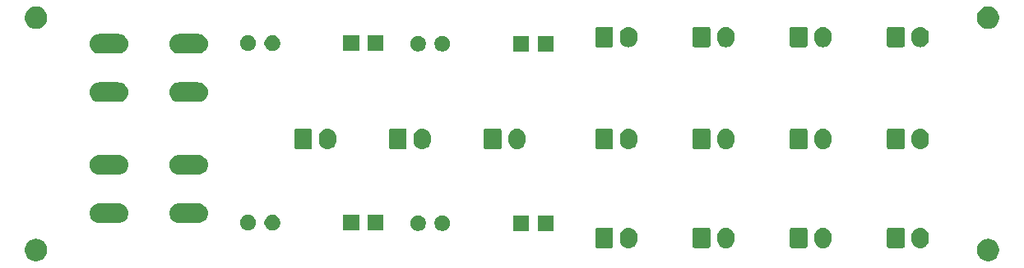
<source format=gbr>
G04 #@! TF.GenerationSoftware,KiCad,Pcbnew,(5.1.5)-3*
G04 #@! TF.CreationDate,2021-02-12T21:05:29+01:00*
G04 #@! TF.ProjectId,Mainboard,4d61696e-626f-4617-9264-2e6b69636164,rev?*
G04 #@! TF.SameCoordinates,Original*
G04 #@! TF.FileFunction,Soldermask,Bot*
G04 #@! TF.FilePolarity,Negative*
%FSLAX46Y46*%
G04 Gerber Fmt 4.6, Leading zero omitted, Abs format (unit mm)*
G04 Created by KiCad (PCBNEW (5.1.5)-3) date 2021-02-12 21:05:29*
%MOMM*%
%LPD*%
G04 APERTURE LIST*
%ADD10C,0.100000*%
G04 APERTURE END LIST*
D10*
G36*
X250224549Y-51371116D02*
G01*
X250335734Y-51393232D01*
X250545203Y-51479997D01*
X250733720Y-51605960D01*
X250894040Y-51766280D01*
X251020003Y-51954797D01*
X251106768Y-52164266D01*
X251151000Y-52386636D01*
X251151000Y-52613364D01*
X251106768Y-52835734D01*
X251020003Y-53045203D01*
X250894040Y-53233720D01*
X250733720Y-53394040D01*
X250545203Y-53520003D01*
X250335734Y-53606768D01*
X250224549Y-53628884D01*
X250113365Y-53651000D01*
X249886635Y-53651000D01*
X249775451Y-53628884D01*
X249664266Y-53606768D01*
X249454797Y-53520003D01*
X249266280Y-53394040D01*
X249105960Y-53233720D01*
X248979997Y-53045203D01*
X248893232Y-52835734D01*
X248849000Y-52613364D01*
X248849000Y-52386636D01*
X248893232Y-52164266D01*
X248979997Y-51954797D01*
X249105960Y-51766280D01*
X249266280Y-51605960D01*
X249454797Y-51479997D01*
X249664266Y-51393232D01*
X249775451Y-51371116D01*
X249886635Y-51349000D01*
X250113365Y-51349000D01*
X250224549Y-51371116D01*
G37*
G36*
X152224549Y-51371116D02*
G01*
X152335734Y-51393232D01*
X152545203Y-51479997D01*
X152733720Y-51605960D01*
X152894040Y-51766280D01*
X153020003Y-51954797D01*
X153106768Y-52164266D01*
X153151000Y-52386636D01*
X153151000Y-52613364D01*
X153106768Y-52835734D01*
X153020003Y-53045203D01*
X152894040Y-53233720D01*
X152733720Y-53394040D01*
X152545203Y-53520003D01*
X152335734Y-53606768D01*
X152224549Y-53628884D01*
X152113365Y-53651000D01*
X151886635Y-53651000D01*
X151775451Y-53628884D01*
X151664266Y-53606768D01*
X151454797Y-53520003D01*
X151266280Y-53394040D01*
X151105960Y-53233720D01*
X150979997Y-53045203D01*
X150893232Y-52835734D01*
X150849000Y-52613364D01*
X150849000Y-52386636D01*
X150893232Y-52164266D01*
X150979997Y-51954797D01*
X151105960Y-51766280D01*
X151266280Y-51605960D01*
X151454797Y-51479997D01*
X151664266Y-51393232D01*
X151775451Y-51371116D01*
X151886635Y-51349000D01*
X152113365Y-51349000D01*
X152224549Y-51371116D01*
G37*
G36*
X233176626Y-50212037D02*
G01*
X233346465Y-50263557D01*
X233346467Y-50263558D01*
X233502989Y-50347221D01*
X233640186Y-50459814D01*
X233723448Y-50561271D01*
X233752778Y-50597009D01*
X233836443Y-50753534D01*
X233887963Y-50923373D01*
X233901000Y-51055742D01*
X233901000Y-51444257D01*
X233887963Y-51576626D01*
X233836443Y-51746466D01*
X233752778Y-51902991D01*
X233723448Y-51938729D01*
X233640186Y-52040186D01*
X233545250Y-52118097D01*
X233502991Y-52152778D01*
X233346466Y-52236443D01*
X233176627Y-52287963D01*
X233000000Y-52305359D01*
X232823374Y-52287963D01*
X232653535Y-52236443D01*
X232497010Y-52152778D01*
X232359815Y-52040185D01*
X232247222Y-51902991D01*
X232163557Y-51746466D01*
X232112037Y-51576627D01*
X232099000Y-51444258D01*
X232099000Y-51055743D01*
X232112037Y-50923374D01*
X232163557Y-50753535D01*
X232247222Y-50597010D01*
X232247223Y-50597009D01*
X232359814Y-50459814D01*
X232461271Y-50376552D01*
X232497009Y-50347222D01*
X232653534Y-50263557D01*
X232823373Y-50212037D01*
X233000000Y-50194641D01*
X233176626Y-50212037D01*
G37*
G36*
X213176626Y-50212037D02*
G01*
X213346465Y-50263557D01*
X213346467Y-50263558D01*
X213502989Y-50347221D01*
X213640186Y-50459814D01*
X213723448Y-50561271D01*
X213752778Y-50597009D01*
X213836443Y-50753534D01*
X213887963Y-50923373D01*
X213901000Y-51055742D01*
X213901000Y-51444257D01*
X213887963Y-51576626D01*
X213836443Y-51746466D01*
X213752778Y-51902991D01*
X213723448Y-51938729D01*
X213640186Y-52040186D01*
X213545250Y-52118097D01*
X213502991Y-52152778D01*
X213346466Y-52236443D01*
X213176627Y-52287963D01*
X213000000Y-52305359D01*
X212823374Y-52287963D01*
X212653535Y-52236443D01*
X212497010Y-52152778D01*
X212359815Y-52040185D01*
X212247222Y-51902991D01*
X212163557Y-51746466D01*
X212112037Y-51576627D01*
X212099000Y-51444258D01*
X212099000Y-51055743D01*
X212112037Y-50923374D01*
X212163557Y-50753535D01*
X212247222Y-50597010D01*
X212247223Y-50597009D01*
X212359814Y-50459814D01*
X212461271Y-50376552D01*
X212497009Y-50347222D01*
X212653534Y-50263557D01*
X212823373Y-50212037D01*
X213000000Y-50194641D01*
X213176626Y-50212037D01*
G37*
G36*
X223176626Y-50212037D02*
G01*
X223346465Y-50263557D01*
X223346467Y-50263558D01*
X223502989Y-50347221D01*
X223640186Y-50459814D01*
X223723448Y-50561271D01*
X223752778Y-50597009D01*
X223836443Y-50753534D01*
X223887963Y-50923373D01*
X223901000Y-51055742D01*
X223901000Y-51444257D01*
X223887963Y-51576626D01*
X223836443Y-51746466D01*
X223752778Y-51902991D01*
X223723448Y-51938729D01*
X223640186Y-52040186D01*
X223545250Y-52118097D01*
X223502991Y-52152778D01*
X223346466Y-52236443D01*
X223176627Y-52287963D01*
X223000000Y-52305359D01*
X222823374Y-52287963D01*
X222653535Y-52236443D01*
X222497010Y-52152778D01*
X222359815Y-52040185D01*
X222247222Y-51902991D01*
X222163557Y-51746466D01*
X222112037Y-51576627D01*
X222099000Y-51444258D01*
X222099000Y-51055743D01*
X222112037Y-50923374D01*
X222163557Y-50753535D01*
X222247222Y-50597010D01*
X222247223Y-50597009D01*
X222359814Y-50459814D01*
X222461271Y-50376552D01*
X222497009Y-50347222D01*
X222653534Y-50263557D01*
X222823373Y-50212037D01*
X223000000Y-50194641D01*
X223176626Y-50212037D01*
G37*
G36*
X243176626Y-50212037D02*
G01*
X243346465Y-50263557D01*
X243346467Y-50263558D01*
X243502989Y-50347221D01*
X243640186Y-50459814D01*
X243723448Y-50561271D01*
X243752778Y-50597009D01*
X243836443Y-50753534D01*
X243887963Y-50923373D01*
X243901000Y-51055742D01*
X243901000Y-51444257D01*
X243887963Y-51576626D01*
X243836443Y-51746466D01*
X243752778Y-51902991D01*
X243723448Y-51938729D01*
X243640186Y-52040186D01*
X243545250Y-52118097D01*
X243502991Y-52152778D01*
X243346466Y-52236443D01*
X243176627Y-52287963D01*
X243000000Y-52305359D01*
X242823374Y-52287963D01*
X242653535Y-52236443D01*
X242497010Y-52152778D01*
X242359815Y-52040185D01*
X242247222Y-51902991D01*
X242163557Y-51746466D01*
X242112037Y-51576627D01*
X242099000Y-51444258D01*
X242099000Y-51055743D01*
X242112037Y-50923374D01*
X242163557Y-50753535D01*
X242247222Y-50597010D01*
X242247223Y-50597009D01*
X242359814Y-50459814D01*
X242461271Y-50376552D01*
X242497009Y-50347222D01*
X242653534Y-50263557D01*
X242823373Y-50212037D01*
X243000000Y-50194641D01*
X243176626Y-50212037D01*
G37*
G36*
X211258600Y-50202989D02*
G01*
X211291652Y-50213015D01*
X211322103Y-50229292D01*
X211348799Y-50251201D01*
X211370708Y-50277897D01*
X211386985Y-50308348D01*
X211397011Y-50341400D01*
X211401000Y-50381903D01*
X211401000Y-52118097D01*
X211397011Y-52158600D01*
X211386985Y-52191652D01*
X211370708Y-52222103D01*
X211348799Y-52248799D01*
X211322103Y-52270708D01*
X211291652Y-52286985D01*
X211258600Y-52297011D01*
X211218097Y-52301000D01*
X209781903Y-52301000D01*
X209741400Y-52297011D01*
X209708348Y-52286985D01*
X209677897Y-52270708D01*
X209651201Y-52248799D01*
X209629292Y-52222103D01*
X209613015Y-52191652D01*
X209602989Y-52158600D01*
X209599000Y-52118097D01*
X209599000Y-50381903D01*
X209602989Y-50341400D01*
X209613015Y-50308348D01*
X209629292Y-50277897D01*
X209651201Y-50251201D01*
X209677897Y-50229292D01*
X209708348Y-50213015D01*
X209741400Y-50202989D01*
X209781903Y-50199000D01*
X211218097Y-50199000D01*
X211258600Y-50202989D01*
G37*
G36*
X221258600Y-50202989D02*
G01*
X221291652Y-50213015D01*
X221322103Y-50229292D01*
X221348799Y-50251201D01*
X221370708Y-50277897D01*
X221386985Y-50308348D01*
X221397011Y-50341400D01*
X221401000Y-50381903D01*
X221401000Y-52118097D01*
X221397011Y-52158600D01*
X221386985Y-52191652D01*
X221370708Y-52222103D01*
X221348799Y-52248799D01*
X221322103Y-52270708D01*
X221291652Y-52286985D01*
X221258600Y-52297011D01*
X221218097Y-52301000D01*
X219781903Y-52301000D01*
X219741400Y-52297011D01*
X219708348Y-52286985D01*
X219677897Y-52270708D01*
X219651201Y-52248799D01*
X219629292Y-52222103D01*
X219613015Y-52191652D01*
X219602989Y-52158600D01*
X219599000Y-52118097D01*
X219599000Y-50381903D01*
X219602989Y-50341400D01*
X219613015Y-50308348D01*
X219629292Y-50277897D01*
X219651201Y-50251201D01*
X219677897Y-50229292D01*
X219708348Y-50213015D01*
X219741400Y-50202989D01*
X219781903Y-50199000D01*
X221218097Y-50199000D01*
X221258600Y-50202989D01*
G37*
G36*
X231258600Y-50202989D02*
G01*
X231291652Y-50213015D01*
X231322103Y-50229292D01*
X231348799Y-50251201D01*
X231370708Y-50277897D01*
X231386985Y-50308348D01*
X231397011Y-50341400D01*
X231401000Y-50381903D01*
X231401000Y-52118097D01*
X231397011Y-52158600D01*
X231386985Y-52191652D01*
X231370708Y-52222103D01*
X231348799Y-52248799D01*
X231322103Y-52270708D01*
X231291652Y-52286985D01*
X231258600Y-52297011D01*
X231218097Y-52301000D01*
X229781903Y-52301000D01*
X229741400Y-52297011D01*
X229708348Y-52286985D01*
X229677897Y-52270708D01*
X229651201Y-52248799D01*
X229629292Y-52222103D01*
X229613015Y-52191652D01*
X229602989Y-52158600D01*
X229599000Y-52118097D01*
X229599000Y-50381903D01*
X229602989Y-50341400D01*
X229613015Y-50308348D01*
X229629292Y-50277897D01*
X229651201Y-50251201D01*
X229677897Y-50229292D01*
X229708348Y-50213015D01*
X229741400Y-50202989D01*
X229781903Y-50199000D01*
X231218097Y-50199000D01*
X231258600Y-50202989D01*
G37*
G36*
X241258600Y-50202989D02*
G01*
X241291652Y-50213015D01*
X241322103Y-50229292D01*
X241348799Y-50251201D01*
X241370708Y-50277897D01*
X241386985Y-50308348D01*
X241397011Y-50341400D01*
X241401000Y-50381903D01*
X241401000Y-52118097D01*
X241397011Y-52158600D01*
X241386985Y-52191652D01*
X241370708Y-52222103D01*
X241348799Y-52248799D01*
X241322103Y-52270708D01*
X241291652Y-52286985D01*
X241258600Y-52297011D01*
X241218097Y-52301000D01*
X239781903Y-52301000D01*
X239741400Y-52297011D01*
X239708348Y-52286985D01*
X239677897Y-52270708D01*
X239651201Y-52248799D01*
X239629292Y-52222103D01*
X239613015Y-52191652D01*
X239602989Y-52158600D01*
X239599000Y-52118097D01*
X239599000Y-50381903D01*
X239602989Y-50341400D01*
X239613015Y-50308348D01*
X239629292Y-50277897D01*
X239651201Y-50251201D01*
X239677897Y-50229292D01*
X239708348Y-50213015D01*
X239741400Y-50202989D01*
X239781903Y-50199000D01*
X241218097Y-50199000D01*
X241258600Y-50202989D01*
G37*
G36*
X202759000Y-50535000D02*
G01*
X201133000Y-50535000D01*
X201133000Y-48909000D01*
X202759000Y-48909000D01*
X202759000Y-50535000D01*
G37*
G36*
X191555142Y-48940242D02*
G01*
X191703101Y-49001529D01*
X191836255Y-49090499D01*
X191949501Y-49203745D01*
X192038471Y-49336899D01*
X192099758Y-49484858D01*
X192131000Y-49641925D01*
X192131000Y-49802075D01*
X192099758Y-49959142D01*
X192038471Y-50107101D01*
X191949501Y-50240255D01*
X191836255Y-50353501D01*
X191703101Y-50442471D01*
X191555142Y-50503758D01*
X191398075Y-50535000D01*
X191237925Y-50535000D01*
X191080858Y-50503758D01*
X190932899Y-50442471D01*
X190799745Y-50353501D01*
X190686499Y-50240255D01*
X190597529Y-50107101D01*
X190536242Y-49959142D01*
X190505000Y-49802075D01*
X190505000Y-49641925D01*
X190536242Y-49484858D01*
X190597529Y-49336899D01*
X190686499Y-49203745D01*
X190799745Y-49090499D01*
X190932899Y-49001529D01*
X191080858Y-48940242D01*
X191237925Y-48909000D01*
X191398075Y-48909000D01*
X191555142Y-48940242D01*
G37*
G36*
X194055142Y-48940242D02*
G01*
X194203101Y-49001529D01*
X194336255Y-49090499D01*
X194449501Y-49203745D01*
X194538471Y-49336899D01*
X194599758Y-49484858D01*
X194631000Y-49641925D01*
X194631000Y-49802075D01*
X194599758Y-49959142D01*
X194538471Y-50107101D01*
X194449501Y-50240255D01*
X194336255Y-50353501D01*
X194203101Y-50442471D01*
X194055142Y-50503758D01*
X193898075Y-50535000D01*
X193737925Y-50535000D01*
X193580858Y-50503758D01*
X193432899Y-50442471D01*
X193299745Y-50353501D01*
X193186499Y-50240255D01*
X193097529Y-50107101D01*
X193036242Y-49959142D01*
X193005000Y-49802075D01*
X193005000Y-49641925D01*
X193036242Y-49484858D01*
X193097529Y-49336899D01*
X193186499Y-49203745D01*
X193299745Y-49090499D01*
X193432899Y-49001529D01*
X193580858Y-48940242D01*
X193737925Y-48909000D01*
X193898075Y-48909000D01*
X194055142Y-48940242D01*
G37*
G36*
X205259000Y-50535000D02*
G01*
X203633000Y-50535000D01*
X203633000Y-48909000D01*
X205259000Y-48909000D01*
X205259000Y-50535000D01*
G37*
G36*
X185259000Y-50489000D02*
G01*
X183633000Y-50489000D01*
X183633000Y-48863000D01*
X185259000Y-48863000D01*
X185259000Y-50489000D01*
G37*
G36*
X187759000Y-50489000D02*
G01*
X186133000Y-50489000D01*
X186133000Y-48863000D01*
X187759000Y-48863000D01*
X187759000Y-50489000D01*
G37*
G36*
X174055142Y-48894242D02*
G01*
X174203101Y-48955529D01*
X174336255Y-49044499D01*
X174449501Y-49157745D01*
X174538471Y-49290899D01*
X174599758Y-49438858D01*
X174631000Y-49595925D01*
X174631000Y-49756075D01*
X174599758Y-49913142D01*
X174538471Y-50061101D01*
X174449501Y-50194255D01*
X174336255Y-50307501D01*
X174203101Y-50396471D01*
X174055142Y-50457758D01*
X173898075Y-50489000D01*
X173737925Y-50489000D01*
X173580858Y-50457758D01*
X173432899Y-50396471D01*
X173299745Y-50307501D01*
X173186499Y-50194255D01*
X173097529Y-50061101D01*
X173036242Y-49913142D01*
X173005000Y-49756075D01*
X173005000Y-49595925D01*
X173036242Y-49438858D01*
X173097529Y-49290899D01*
X173186499Y-49157745D01*
X173299745Y-49044499D01*
X173432899Y-48955529D01*
X173580858Y-48894242D01*
X173737925Y-48863000D01*
X173898075Y-48863000D01*
X174055142Y-48894242D01*
G37*
G36*
X176555142Y-48894242D02*
G01*
X176703101Y-48955529D01*
X176836255Y-49044499D01*
X176949501Y-49157745D01*
X177038471Y-49290899D01*
X177099758Y-49438858D01*
X177131000Y-49595925D01*
X177131000Y-49756075D01*
X177099758Y-49913142D01*
X177038471Y-50061101D01*
X176949501Y-50194255D01*
X176836255Y-50307501D01*
X176703101Y-50396471D01*
X176555142Y-50457758D01*
X176398075Y-50489000D01*
X176237925Y-50489000D01*
X176080858Y-50457758D01*
X175932899Y-50396471D01*
X175799745Y-50307501D01*
X175686499Y-50194255D01*
X175597529Y-50061101D01*
X175536242Y-49913142D01*
X175505000Y-49756075D01*
X175505000Y-49595925D01*
X175536242Y-49438858D01*
X175597529Y-49290899D01*
X175686499Y-49157745D01*
X175799745Y-49044499D01*
X175932899Y-48955529D01*
X176080858Y-48894242D01*
X176237925Y-48863000D01*
X176398075Y-48863000D01*
X176555142Y-48894242D01*
G37*
G36*
X160564879Y-47688701D02*
G01*
X160664410Y-47698504D01*
X160855964Y-47756612D01*
X160855967Y-47756613D01*
X161014384Y-47841289D01*
X161032502Y-47850973D01*
X161187238Y-47977962D01*
X161314227Y-48132698D01*
X161314228Y-48132700D01*
X161408587Y-48309233D01*
X161408588Y-48309236D01*
X161466696Y-48500790D01*
X161486316Y-48700000D01*
X161466696Y-48899210D01*
X161422622Y-49044501D01*
X161408587Y-49090767D01*
X161372786Y-49157745D01*
X161314227Y-49267302D01*
X161187238Y-49422038D01*
X161032502Y-49549027D01*
X161032500Y-49549028D01*
X160855967Y-49643387D01*
X160855964Y-49643388D01*
X160664410Y-49701496D01*
X160564879Y-49711299D01*
X160515115Y-49716200D01*
X158484885Y-49716200D01*
X158435121Y-49711299D01*
X158335590Y-49701496D01*
X158144036Y-49643388D01*
X158144033Y-49643387D01*
X157967500Y-49549028D01*
X157967498Y-49549027D01*
X157812762Y-49422038D01*
X157685773Y-49267302D01*
X157627214Y-49157745D01*
X157591413Y-49090767D01*
X157577378Y-49044501D01*
X157533304Y-48899210D01*
X157513684Y-48700000D01*
X157533304Y-48500790D01*
X157591412Y-48309236D01*
X157591413Y-48309233D01*
X157685772Y-48132700D01*
X157685773Y-48132698D01*
X157812762Y-47977962D01*
X157967498Y-47850973D01*
X157985616Y-47841289D01*
X158144033Y-47756613D01*
X158144036Y-47756612D01*
X158335590Y-47698504D01*
X158435121Y-47688701D01*
X158484885Y-47683800D01*
X160515115Y-47683800D01*
X160564879Y-47688701D01*
G37*
G36*
X168764879Y-47688701D02*
G01*
X168864410Y-47698504D01*
X169055964Y-47756612D01*
X169055967Y-47756613D01*
X169214384Y-47841289D01*
X169232502Y-47850973D01*
X169387238Y-47977962D01*
X169514227Y-48132698D01*
X169514228Y-48132700D01*
X169608587Y-48309233D01*
X169608588Y-48309236D01*
X169666696Y-48500790D01*
X169686316Y-48700000D01*
X169666696Y-48899210D01*
X169622622Y-49044501D01*
X169608587Y-49090767D01*
X169572786Y-49157745D01*
X169514227Y-49267302D01*
X169387238Y-49422038D01*
X169232502Y-49549027D01*
X169232500Y-49549028D01*
X169055967Y-49643387D01*
X169055964Y-49643388D01*
X168864410Y-49701496D01*
X168764879Y-49711299D01*
X168715115Y-49716200D01*
X166684885Y-49716200D01*
X166635121Y-49711299D01*
X166535590Y-49701496D01*
X166344036Y-49643388D01*
X166344033Y-49643387D01*
X166167500Y-49549028D01*
X166167498Y-49549027D01*
X166012762Y-49422038D01*
X165885773Y-49267302D01*
X165827214Y-49157745D01*
X165791413Y-49090767D01*
X165777378Y-49044501D01*
X165733304Y-48899210D01*
X165713684Y-48700000D01*
X165733304Y-48500790D01*
X165791412Y-48309236D01*
X165791413Y-48309233D01*
X165885772Y-48132700D01*
X165885773Y-48132698D01*
X166012762Y-47977962D01*
X166167498Y-47850973D01*
X166185616Y-47841289D01*
X166344033Y-47756613D01*
X166344036Y-47756612D01*
X166535590Y-47698504D01*
X166635121Y-47688701D01*
X166684885Y-47683800D01*
X168715115Y-47683800D01*
X168764879Y-47688701D01*
G37*
G36*
X160564879Y-42688701D02*
G01*
X160664410Y-42698504D01*
X160855964Y-42756612D01*
X160855967Y-42756613D01*
X161014384Y-42841289D01*
X161032502Y-42850973D01*
X161187238Y-42977962D01*
X161314227Y-43132698D01*
X161314228Y-43132700D01*
X161408587Y-43309233D01*
X161408588Y-43309236D01*
X161466696Y-43500790D01*
X161486316Y-43700000D01*
X161466696Y-43899210D01*
X161408588Y-44090764D01*
X161408587Y-44090767D01*
X161323911Y-44249184D01*
X161314227Y-44267302D01*
X161187238Y-44422038D01*
X161032502Y-44549027D01*
X161032500Y-44549028D01*
X160855967Y-44643387D01*
X160855964Y-44643388D01*
X160664410Y-44701496D01*
X160564879Y-44711299D01*
X160515115Y-44716200D01*
X158484885Y-44716200D01*
X158435121Y-44711299D01*
X158335590Y-44701496D01*
X158144036Y-44643388D01*
X158144033Y-44643387D01*
X157967500Y-44549028D01*
X157967498Y-44549027D01*
X157812762Y-44422038D01*
X157685773Y-44267302D01*
X157676089Y-44249184D01*
X157591413Y-44090767D01*
X157591412Y-44090764D01*
X157533304Y-43899210D01*
X157513684Y-43700000D01*
X157533304Y-43500790D01*
X157591412Y-43309236D01*
X157591413Y-43309233D01*
X157685772Y-43132700D01*
X157685773Y-43132698D01*
X157812762Y-42977962D01*
X157967498Y-42850973D01*
X157985616Y-42841289D01*
X158144033Y-42756613D01*
X158144036Y-42756612D01*
X158335590Y-42698504D01*
X158435121Y-42688701D01*
X158484885Y-42683800D01*
X160515115Y-42683800D01*
X160564879Y-42688701D01*
G37*
G36*
X168764879Y-42688701D02*
G01*
X168864410Y-42698504D01*
X169055964Y-42756612D01*
X169055967Y-42756613D01*
X169214384Y-42841289D01*
X169232502Y-42850973D01*
X169387238Y-42977962D01*
X169514227Y-43132698D01*
X169514228Y-43132700D01*
X169608587Y-43309233D01*
X169608588Y-43309236D01*
X169666696Y-43500790D01*
X169686316Y-43700000D01*
X169666696Y-43899210D01*
X169608588Y-44090764D01*
X169608587Y-44090767D01*
X169523911Y-44249184D01*
X169514227Y-44267302D01*
X169387238Y-44422038D01*
X169232502Y-44549027D01*
X169232500Y-44549028D01*
X169055967Y-44643387D01*
X169055964Y-44643388D01*
X168864410Y-44701496D01*
X168764879Y-44711299D01*
X168715115Y-44716200D01*
X166684885Y-44716200D01*
X166635121Y-44711299D01*
X166535590Y-44701496D01*
X166344036Y-44643388D01*
X166344033Y-44643387D01*
X166167500Y-44549028D01*
X166167498Y-44549027D01*
X166012762Y-44422038D01*
X165885773Y-44267302D01*
X165876089Y-44249184D01*
X165791413Y-44090767D01*
X165791412Y-44090764D01*
X165733304Y-43899210D01*
X165713684Y-43700000D01*
X165733304Y-43500790D01*
X165791412Y-43309236D01*
X165791413Y-43309233D01*
X165885772Y-43132700D01*
X165885773Y-43132698D01*
X166012762Y-42977962D01*
X166167498Y-42850973D01*
X166185616Y-42841289D01*
X166344033Y-42756613D01*
X166344036Y-42756612D01*
X166535590Y-42698504D01*
X166635121Y-42688701D01*
X166684885Y-42683800D01*
X168715115Y-42683800D01*
X168764879Y-42688701D01*
G37*
G36*
X201676626Y-39987037D02*
G01*
X201846465Y-40038557D01*
X201846467Y-40038558D01*
X202002989Y-40122221D01*
X202140186Y-40234814D01*
X202223448Y-40336271D01*
X202252778Y-40372009D01*
X202336443Y-40528534D01*
X202387963Y-40698373D01*
X202401000Y-40830742D01*
X202401000Y-41219257D01*
X202387963Y-41351626D01*
X202336443Y-41521466D01*
X202252778Y-41677991D01*
X202223448Y-41713729D01*
X202140186Y-41815186D01*
X202045250Y-41893097D01*
X202002991Y-41927778D01*
X201846466Y-42011443D01*
X201676627Y-42062963D01*
X201500000Y-42080359D01*
X201323374Y-42062963D01*
X201153535Y-42011443D01*
X200997010Y-41927778D01*
X200859815Y-41815185D01*
X200747222Y-41677991D01*
X200663557Y-41521466D01*
X200612037Y-41351627D01*
X200599000Y-41219258D01*
X200599000Y-40830743D01*
X200612037Y-40698374D01*
X200663557Y-40528535D01*
X200747222Y-40372010D01*
X200747223Y-40372009D01*
X200859814Y-40234814D01*
X200961271Y-40151552D01*
X200997009Y-40122222D01*
X201153534Y-40038557D01*
X201323373Y-39987037D01*
X201500000Y-39969641D01*
X201676626Y-39987037D01*
G37*
G36*
X213176626Y-39987037D02*
G01*
X213346465Y-40038557D01*
X213346467Y-40038558D01*
X213502989Y-40122221D01*
X213640186Y-40234814D01*
X213723448Y-40336271D01*
X213752778Y-40372009D01*
X213836443Y-40528534D01*
X213887963Y-40698373D01*
X213901000Y-40830742D01*
X213901000Y-41219257D01*
X213887963Y-41351626D01*
X213836443Y-41521466D01*
X213752778Y-41677991D01*
X213723448Y-41713729D01*
X213640186Y-41815186D01*
X213545250Y-41893097D01*
X213502991Y-41927778D01*
X213346466Y-42011443D01*
X213176627Y-42062963D01*
X213000000Y-42080359D01*
X212823374Y-42062963D01*
X212653535Y-42011443D01*
X212497010Y-41927778D01*
X212359815Y-41815185D01*
X212247222Y-41677991D01*
X212163557Y-41521466D01*
X212112037Y-41351627D01*
X212099000Y-41219258D01*
X212099000Y-40830743D01*
X212112037Y-40698374D01*
X212163557Y-40528535D01*
X212247222Y-40372010D01*
X212247223Y-40372009D01*
X212359814Y-40234814D01*
X212461271Y-40151552D01*
X212497009Y-40122222D01*
X212653534Y-40038557D01*
X212823373Y-39987037D01*
X213000000Y-39969641D01*
X213176626Y-39987037D01*
G37*
G36*
X233176626Y-39987037D02*
G01*
X233346465Y-40038557D01*
X233346467Y-40038558D01*
X233502989Y-40122221D01*
X233640186Y-40234814D01*
X233723448Y-40336271D01*
X233752778Y-40372009D01*
X233836443Y-40528534D01*
X233887963Y-40698373D01*
X233901000Y-40830742D01*
X233901000Y-41219257D01*
X233887963Y-41351626D01*
X233836443Y-41521466D01*
X233752778Y-41677991D01*
X233723448Y-41713729D01*
X233640186Y-41815186D01*
X233545250Y-41893097D01*
X233502991Y-41927778D01*
X233346466Y-42011443D01*
X233176627Y-42062963D01*
X233000000Y-42080359D01*
X232823374Y-42062963D01*
X232653535Y-42011443D01*
X232497010Y-41927778D01*
X232359815Y-41815185D01*
X232247222Y-41677991D01*
X232163557Y-41521466D01*
X232112037Y-41351627D01*
X232099000Y-41219258D01*
X232099000Y-40830743D01*
X232112037Y-40698374D01*
X232163557Y-40528535D01*
X232247222Y-40372010D01*
X232247223Y-40372009D01*
X232359814Y-40234814D01*
X232461271Y-40151552D01*
X232497009Y-40122222D01*
X232653534Y-40038557D01*
X232823373Y-39987037D01*
X233000000Y-39969641D01*
X233176626Y-39987037D01*
G37*
G36*
X243176626Y-39987037D02*
G01*
X243346465Y-40038557D01*
X243346467Y-40038558D01*
X243502989Y-40122221D01*
X243640186Y-40234814D01*
X243723448Y-40336271D01*
X243752778Y-40372009D01*
X243836443Y-40528534D01*
X243887963Y-40698373D01*
X243901000Y-40830742D01*
X243901000Y-41219257D01*
X243887963Y-41351626D01*
X243836443Y-41521466D01*
X243752778Y-41677991D01*
X243723448Y-41713729D01*
X243640186Y-41815186D01*
X243545250Y-41893097D01*
X243502991Y-41927778D01*
X243346466Y-42011443D01*
X243176627Y-42062963D01*
X243000000Y-42080359D01*
X242823374Y-42062963D01*
X242653535Y-42011443D01*
X242497010Y-41927778D01*
X242359815Y-41815185D01*
X242247222Y-41677991D01*
X242163557Y-41521466D01*
X242112037Y-41351627D01*
X242099000Y-41219258D01*
X242099000Y-40830743D01*
X242112037Y-40698374D01*
X242163557Y-40528535D01*
X242247222Y-40372010D01*
X242247223Y-40372009D01*
X242359814Y-40234814D01*
X242461271Y-40151552D01*
X242497009Y-40122222D01*
X242653534Y-40038557D01*
X242823373Y-39987037D01*
X243000000Y-39969641D01*
X243176626Y-39987037D01*
G37*
G36*
X182176626Y-39987037D02*
G01*
X182346465Y-40038557D01*
X182346467Y-40038558D01*
X182502989Y-40122221D01*
X182640186Y-40234814D01*
X182723448Y-40336271D01*
X182752778Y-40372009D01*
X182836443Y-40528534D01*
X182887963Y-40698373D01*
X182901000Y-40830742D01*
X182901000Y-41219257D01*
X182887963Y-41351626D01*
X182836443Y-41521466D01*
X182752778Y-41677991D01*
X182723448Y-41713729D01*
X182640186Y-41815186D01*
X182545250Y-41893097D01*
X182502991Y-41927778D01*
X182346466Y-42011443D01*
X182176627Y-42062963D01*
X182000000Y-42080359D01*
X181823374Y-42062963D01*
X181653535Y-42011443D01*
X181497010Y-41927778D01*
X181359815Y-41815185D01*
X181247222Y-41677991D01*
X181163557Y-41521466D01*
X181112037Y-41351627D01*
X181099000Y-41219258D01*
X181099000Y-40830743D01*
X181112037Y-40698374D01*
X181163557Y-40528535D01*
X181247222Y-40372010D01*
X181247223Y-40372009D01*
X181359814Y-40234814D01*
X181461271Y-40151552D01*
X181497009Y-40122222D01*
X181653534Y-40038557D01*
X181823373Y-39987037D01*
X182000000Y-39969641D01*
X182176626Y-39987037D01*
G37*
G36*
X223176626Y-39987037D02*
G01*
X223346465Y-40038557D01*
X223346467Y-40038558D01*
X223502989Y-40122221D01*
X223640186Y-40234814D01*
X223723448Y-40336271D01*
X223752778Y-40372009D01*
X223836443Y-40528534D01*
X223887963Y-40698373D01*
X223901000Y-40830742D01*
X223901000Y-41219257D01*
X223887963Y-41351626D01*
X223836443Y-41521466D01*
X223752778Y-41677991D01*
X223723448Y-41713729D01*
X223640186Y-41815186D01*
X223545250Y-41893097D01*
X223502991Y-41927778D01*
X223346466Y-42011443D01*
X223176627Y-42062963D01*
X223000000Y-42080359D01*
X222823374Y-42062963D01*
X222653535Y-42011443D01*
X222497010Y-41927778D01*
X222359815Y-41815185D01*
X222247222Y-41677991D01*
X222163557Y-41521466D01*
X222112037Y-41351627D01*
X222099000Y-41219258D01*
X222099000Y-40830743D01*
X222112037Y-40698374D01*
X222163557Y-40528535D01*
X222247222Y-40372010D01*
X222247223Y-40372009D01*
X222359814Y-40234814D01*
X222461271Y-40151552D01*
X222497009Y-40122222D01*
X222653534Y-40038557D01*
X222823373Y-39987037D01*
X223000000Y-39969641D01*
X223176626Y-39987037D01*
G37*
G36*
X191926626Y-39987037D02*
G01*
X192096465Y-40038557D01*
X192096467Y-40038558D01*
X192252989Y-40122221D01*
X192390186Y-40234814D01*
X192473448Y-40336271D01*
X192502778Y-40372009D01*
X192586443Y-40528534D01*
X192637963Y-40698373D01*
X192651000Y-40830742D01*
X192651000Y-41219257D01*
X192637963Y-41351626D01*
X192586443Y-41521466D01*
X192502778Y-41677991D01*
X192473448Y-41713729D01*
X192390186Y-41815186D01*
X192295250Y-41893097D01*
X192252991Y-41927778D01*
X192096466Y-42011443D01*
X191926627Y-42062963D01*
X191750000Y-42080359D01*
X191573374Y-42062963D01*
X191403535Y-42011443D01*
X191247010Y-41927778D01*
X191109815Y-41815185D01*
X190997222Y-41677991D01*
X190913557Y-41521466D01*
X190862037Y-41351627D01*
X190849000Y-41219258D01*
X190849000Y-40830743D01*
X190862037Y-40698374D01*
X190913557Y-40528535D01*
X190997222Y-40372010D01*
X190997223Y-40372009D01*
X191109814Y-40234814D01*
X191211271Y-40151552D01*
X191247009Y-40122222D01*
X191403534Y-40038557D01*
X191573373Y-39987037D01*
X191750000Y-39969641D01*
X191926626Y-39987037D01*
G37*
G36*
X190008600Y-39977989D02*
G01*
X190041652Y-39988015D01*
X190072103Y-40004292D01*
X190098799Y-40026201D01*
X190120708Y-40052897D01*
X190136985Y-40083348D01*
X190147011Y-40116400D01*
X190151000Y-40156903D01*
X190151000Y-41893097D01*
X190147011Y-41933600D01*
X190136985Y-41966652D01*
X190120708Y-41997103D01*
X190098799Y-42023799D01*
X190072103Y-42045708D01*
X190041652Y-42061985D01*
X190008600Y-42072011D01*
X189968097Y-42076000D01*
X188531903Y-42076000D01*
X188491400Y-42072011D01*
X188458348Y-42061985D01*
X188427897Y-42045708D01*
X188401201Y-42023799D01*
X188379292Y-41997103D01*
X188363015Y-41966652D01*
X188352989Y-41933600D01*
X188349000Y-41893097D01*
X188349000Y-40156903D01*
X188352989Y-40116400D01*
X188363015Y-40083348D01*
X188379292Y-40052897D01*
X188401201Y-40026201D01*
X188427897Y-40004292D01*
X188458348Y-39988015D01*
X188491400Y-39977989D01*
X188531903Y-39974000D01*
X189968097Y-39974000D01*
X190008600Y-39977989D01*
G37*
G36*
X221258600Y-39977989D02*
G01*
X221291652Y-39988015D01*
X221322103Y-40004292D01*
X221348799Y-40026201D01*
X221370708Y-40052897D01*
X221386985Y-40083348D01*
X221397011Y-40116400D01*
X221401000Y-40156903D01*
X221401000Y-41893097D01*
X221397011Y-41933600D01*
X221386985Y-41966652D01*
X221370708Y-41997103D01*
X221348799Y-42023799D01*
X221322103Y-42045708D01*
X221291652Y-42061985D01*
X221258600Y-42072011D01*
X221218097Y-42076000D01*
X219781903Y-42076000D01*
X219741400Y-42072011D01*
X219708348Y-42061985D01*
X219677897Y-42045708D01*
X219651201Y-42023799D01*
X219629292Y-41997103D01*
X219613015Y-41966652D01*
X219602989Y-41933600D01*
X219599000Y-41893097D01*
X219599000Y-40156903D01*
X219602989Y-40116400D01*
X219613015Y-40083348D01*
X219629292Y-40052897D01*
X219651201Y-40026201D01*
X219677897Y-40004292D01*
X219708348Y-39988015D01*
X219741400Y-39977989D01*
X219781903Y-39974000D01*
X221218097Y-39974000D01*
X221258600Y-39977989D01*
G37*
G36*
X211258600Y-39977989D02*
G01*
X211291652Y-39988015D01*
X211322103Y-40004292D01*
X211348799Y-40026201D01*
X211370708Y-40052897D01*
X211386985Y-40083348D01*
X211397011Y-40116400D01*
X211401000Y-40156903D01*
X211401000Y-41893097D01*
X211397011Y-41933600D01*
X211386985Y-41966652D01*
X211370708Y-41997103D01*
X211348799Y-42023799D01*
X211322103Y-42045708D01*
X211291652Y-42061985D01*
X211258600Y-42072011D01*
X211218097Y-42076000D01*
X209781903Y-42076000D01*
X209741400Y-42072011D01*
X209708348Y-42061985D01*
X209677897Y-42045708D01*
X209651201Y-42023799D01*
X209629292Y-41997103D01*
X209613015Y-41966652D01*
X209602989Y-41933600D01*
X209599000Y-41893097D01*
X209599000Y-40156903D01*
X209602989Y-40116400D01*
X209613015Y-40083348D01*
X209629292Y-40052897D01*
X209651201Y-40026201D01*
X209677897Y-40004292D01*
X209708348Y-39988015D01*
X209741400Y-39977989D01*
X209781903Y-39974000D01*
X211218097Y-39974000D01*
X211258600Y-39977989D01*
G37*
G36*
X199758600Y-39977989D02*
G01*
X199791652Y-39988015D01*
X199822103Y-40004292D01*
X199848799Y-40026201D01*
X199870708Y-40052897D01*
X199886985Y-40083348D01*
X199897011Y-40116400D01*
X199901000Y-40156903D01*
X199901000Y-41893097D01*
X199897011Y-41933600D01*
X199886985Y-41966652D01*
X199870708Y-41997103D01*
X199848799Y-42023799D01*
X199822103Y-42045708D01*
X199791652Y-42061985D01*
X199758600Y-42072011D01*
X199718097Y-42076000D01*
X198281903Y-42076000D01*
X198241400Y-42072011D01*
X198208348Y-42061985D01*
X198177897Y-42045708D01*
X198151201Y-42023799D01*
X198129292Y-41997103D01*
X198113015Y-41966652D01*
X198102989Y-41933600D01*
X198099000Y-41893097D01*
X198099000Y-40156903D01*
X198102989Y-40116400D01*
X198113015Y-40083348D01*
X198129292Y-40052897D01*
X198151201Y-40026201D01*
X198177897Y-40004292D01*
X198208348Y-39988015D01*
X198241400Y-39977989D01*
X198281903Y-39974000D01*
X199718097Y-39974000D01*
X199758600Y-39977989D01*
G37*
G36*
X241258600Y-39977989D02*
G01*
X241291652Y-39988015D01*
X241322103Y-40004292D01*
X241348799Y-40026201D01*
X241370708Y-40052897D01*
X241386985Y-40083348D01*
X241397011Y-40116400D01*
X241401000Y-40156903D01*
X241401000Y-41893097D01*
X241397011Y-41933600D01*
X241386985Y-41966652D01*
X241370708Y-41997103D01*
X241348799Y-42023799D01*
X241322103Y-42045708D01*
X241291652Y-42061985D01*
X241258600Y-42072011D01*
X241218097Y-42076000D01*
X239781903Y-42076000D01*
X239741400Y-42072011D01*
X239708348Y-42061985D01*
X239677897Y-42045708D01*
X239651201Y-42023799D01*
X239629292Y-41997103D01*
X239613015Y-41966652D01*
X239602989Y-41933600D01*
X239599000Y-41893097D01*
X239599000Y-40156903D01*
X239602989Y-40116400D01*
X239613015Y-40083348D01*
X239629292Y-40052897D01*
X239651201Y-40026201D01*
X239677897Y-40004292D01*
X239708348Y-39988015D01*
X239741400Y-39977989D01*
X239781903Y-39974000D01*
X241218097Y-39974000D01*
X241258600Y-39977989D01*
G37*
G36*
X180258600Y-39977989D02*
G01*
X180291652Y-39988015D01*
X180322103Y-40004292D01*
X180348799Y-40026201D01*
X180370708Y-40052897D01*
X180386985Y-40083348D01*
X180397011Y-40116400D01*
X180401000Y-40156903D01*
X180401000Y-41893097D01*
X180397011Y-41933600D01*
X180386985Y-41966652D01*
X180370708Y-41997103D01*
X180348799Y-42023799D01*
X180322103Y-42045708D01*
X180291652Y-42061985D01*
X180258600Y-42072011D01*
X180218097Y-42076000D01*
X178781903Y-42076000D01*
X178741400Y-42072011D01*
X178708348Y-42061985D01*
X178677897Y-42045708D01*
X178651201Y-42023799D01*
X178629292Y-41997103D01*
X178613015Y-41966652D01*
X178602989Y-41933600D01*
X178599000Y-41893097D01*
X178599000Y-40156903D01*
X178602989Y-40116400D01*
X178613015Y-40083348D01*
X178629292Y-40052897D01*
X178651201Y-40026201D01*
X178677897Y-40004292D01*
X178708348Y-39988015D01*
X178741400Y-39977989D01*
X178781903Y-39974000D01*
X180218097Y-39974000D01*
X180258600Y-39977989D01*
G37*
G36*
X231258600Y-39977989D02*
G01*
X231291652Y-39988015D01*
X231322103Y-40004292D01*
X231348799Y-40026201D01*
X231370708Y-40052897D01*
X231386985Y-40083348D01*
X231397011Y-40116400D01*
X231401000Y-40156903D01*
X231401000Y-41893097D01*
X231397011Y-41933600D01*
X231386985Y-41966652D01*
X231370708Y-41997103D01*
X231348799Y-42023799D01*
X231322103Y-42045708D01*
X231291652Y-42061985D01*
X231258600Y-42072011D01*
X231218097Y-42076000D01*
X229781903Y-42076000D01*
X229741400Y-42072011D01*
X229708348Y-42061985D01*
X229677897Y-42045708D01*
X229651201Y-42023799D01*
X229629292Y-41997103D01*
X229613015Y-41966652D01*
X229602989Y-41933600D01*
X229599000Y-41893097D01*
X229599000Y-40156903D01*
X229602989Y-40116400D01*
X229613015Y-40083348D01*
X229629292Y-40052897D01*
X229651201Y-40026201D01*
X229677897Y-40004292D01*
X229708348Y-39988015D01*
X229741400Y-39977989D01*
X229781903Y-39974000D01*
X231218097Y-39974000D01*
X231258600Y-39977989D01*
G37*
G36*
X160564879Y-35188701D02*
G01*
X160664410Y-35198504D01*
X160855964Y-35256612D01*
X160855967Y-35256613D01*
X161014384Y-35341289D01*
X161032502Y-35350973D01*
X161187238Y-35477962D01*
X161314227Y-35632698D01*
X161314228Y-35632700D01*
X161408587Y-35809233D01*
X161408588Y-35809236D01*
X161466696Y-36000790D01*
X161486316Y-36200000D01*
X161466696Y-36399210D01*
X161408588Y-36590764D01*
X161408587Y-36590767D01*
X161323911Y-36749184D01*
X161314227Y-36767302D01*
X161187238Y-36922038D01*
X161032502Y-37049027D01*
X161032500Y-37049028D01*
X160855967Y-37143387D01*
X160855964Y-37143388D01*
X160664410Y-37201496D01*
X160564879Y-37211299D01*
X160515115Y-37216200D01*
X158484885Y-37216200D01*
X158435121Y-37211299D01*
X158335590Y-37201496D01*
X158144036Y-37143388D01*
X158144033Y-37143387D01*
X157967500Y-37049028D01*
X157967498Y-37049027D01*
X157812762Y-36922038D01*
X157685773Y-36767302D01*
X157676089Y-36749184D01*
X157591413Y-36590767D01*
X157591412Y-36590764D01*
X157533304Y-36399210D01*
X157513684Y-36200000D01*
X157533304Y-36000790D01*
X157591412Y-35809236D01*
X157591413Y-35809233D01*
X157685772Y-35632700D01*
X157685773Y-35632698D01*
X157812762Y-35477962D01*
X157967498Y-35350973D01*
X157985616Y-35341289D01*
X158144033Y-35256613D01*
X158144036Y-35256612D01*
X158335590Y-35198504D01*
X158435121Y-35188701D01*
X158484885Y-35183800D01*
X160515115Y-35183800D01*
X160564879Y-35188701D01*
G37*
G36*
X168764879Y-35188701D02*
G01*
X168864410Y-35198504D01*
X169055964Y-35256612D01*
X169055967Y-35256613D01*
X169214384Y-35341289D01*
X169232502Y-35350973D01*
X169387238Y-35477962D01*
X169514227Y-35632698D01*
X169514228Y-35632700D01*
X169608587Y-35809233D01*
X169608588Y-35809236D01*
X169666696Y-36000790D01*
X169686316Y-36200000D01*
X169666696Y-36399210D01*
X169608588Y-36590764D01*
X169608587Y-36590767D01*
X169523911Y-36749184D01*
X169514227Y-36767302D01*
X169387238Y-36922038D01*
X169232502Y-37049027D01*
X169232500Y-37049028D01*
X169055967Y-37143387D01*
X169055964Y-37143388D01*
X168864410Y-37201496D01*
X168764879Y-37211299D01*
X168715115Y-37216200D01*
X166684885Y-37216200D01*
X166635121Y-37211299D01*
X166535590Y-37201496D01*
X166344036Y-37143388D01*
X166344033Y-37143387D01*
X166167500Y-37049028D01*
X166167498Y-37049027D01*
X166012762Y-36922038D01*
X165885773Y-36767302D01*
X165876089Y-36749184D01*
X165791413Y-36590767D01*
X165791412Y-36590764D01*
X165733304Y-36399210D01*
X165713684Y-36200000D01*
X165733304Y-36000790D01*
X165791412Y-35809236D01*
X165791413Y-35809233D01*
X165885772Y-35632700D01*
X165885773Y-35632698D01*
X166012762Y-35477962D01*
X166167498Y-35350973D01*
X166185616Y-35341289D01*
X166344033Y-35256613D01*
X166344036Y-35256612D01*
X166535590Y-35198504D01*
X166635121Y-35188701D01*
X166684885Y-35183800D01*
X168715115Y-35183800D01*
X168764879Y-35188701D01*
G37*
G36*
X160564879Y-30188701D02*
G01*
X160664410Y-30198504D01*
X160855964Y-30256612D01*
X160855967Y-30256613D01*
X160976426Y-30321000D01*
X161032502Y-30350973D01*
X161187238Y-30477962D01*
X161314227Y-30632698D01*
X161314228Y-30632700D01*
X161408587Y-30809233D01*
X161408588Y-30809236D01*
X161466696Y-31000790D01*
X161486316Y-31200000D01*
X161466696Y-31399210D01*
X161424902Y-31536985D01*
X161408587Y-31590767D01*
X161351133Y-31698255D01*
X161314227Y-31767302D01*
X161187238Y-31922038D01*
X161032502Y-32049027D01*
X161032500Y-32049028D01*
X160855967Y-32143387D01*
X160855964Y-32143388D01*
X160664410Y-32201496D01*
X160564879Y-32211299D01*
X160515115Y-32216200D01*
X158484885Y-32216200D01*
X158435121Y-32211299D01*
X158335590Y-32201496D01*
X158144036Y-32143388D01*
X158144033Y-32143387D01*
X157967500Y-32049028D01*
X157967498Y-32049027D01*
X157812762Y-31922038D01*
X157685773Y-31767302D01*
X157648867Y-31698255D01*
X157591413Y-31590767D01*
X157575098Y-31536985D01*
X157533304Y-31399210D01*
X157513684Y-31200000D01*
X157533304Y-31000790D01*
X157591412Y-30809236D01*
X157591413Y-30809233D01*
X157685772Y-30632700D01*
X157685773Y-30632698D01*
X157812762Y-30477962D01*
X157967498Y-30350973D01*
X158023574Y-30321000D01*
X158144033Y-30256613D01*
X158144036Y-30256612D01*
X158335590Y-30198504D01*
X158435121Y-30188701D01*
X158484885Y-30183800D01*
X160515115Y-30183800D01*
X160564879Y-30188701D01*
G37*
G36*
X168764879Y-30188701D02*
G01*
X168864410Y-30198504D01*
X169055964Y-30256612D01*
X169055967Y-30256613D01*
X169176426Y-30321000D01*
X169232502Y-30350973D01*
X169387238Y-30477962D01*
X169514227Y-30632698D01*
X169514228Y-30632700D01*
X169608587Y-30809233D01*
X169608588Y-30809236D01*
X169666696Y-31000790D01*
X169686316Y-31200000D01*
X169666696Y-31399210D01*
X169624902Y-31536985D01*
X169608587Y-31590767D01*
X169551133Y-31698255D01*
X169514227Y-31767302D01*
X169387238Y-31922038D01*
X169232502Y-32049027D01*
X169232500Y-32049028D01*
X169055967Y-32143387D01*
X169055964Y-32143388D01*
X168864410Y-32201496D01*
X168764879Y-32211299D01*
X168715115Y-32216200D01*
X166684885Y-32216200D01*
X166635121Y-32211299D01*
X166535590Y-32201496D01*
X166344036Y-32143388D01*
X166344033Y-32143387D01*
X166167500Y-32049028D01*
X166167498Y-32049027D01*
X166012762Y-31922038D01*
X165885773Y-31767302D01*
X165848867Y-31698255D01*
X165791413Y-31590767D01*
X165775098Y-31536985D01*
X165733304Y-31399210D01*
X165713684Y-31200000D01*
X165733304Y-31000790D01*
X165791412Y-30809236D01*
X165791413Y-30809233D01*
X165885772Y-30632700D01*
X165885773Y-30632698D01*
X166012762Y-30477962D01*
X166167498Y-30350973D01*
X166223574Y-30321000D01*
X166344033Y-30256613D01*
X166344036Y-30256612D01*
X166535590Y-30198504D01*
X166635121Y-30188701D01*
X166684885Y-30183800D01*
X168715115Y-30183800D01*
X168764879Y-30188701D01*
G37*
G36*
X202759000Y-31993000D02*
G01*
X201133000Y-31993000D01*
X201133000Y-30367000D01*
X202759000Y-30367000D01*
X202759000Y-31993000D01*
G37*
G36*
X205259000Y-31993000D02*
G01*
X203633000Y-31993000D01*
X203633000Y-30367000D01*
X205259000Y-30367000D01*
X205259000Y-31993000D01*
G37*
G36*
X194055142Y-30398242D02*
G01*
X194203101Y-30459529D01*
X194336255Y-30548499D01*
X194449501Y-30661745D01*
X194538471Y-30794899D01*
X194599758Y-30942858D01*
X194631000Y-31099925D01*
X194631000Y-31260075D01*
X194599758Y-31417142D01*
X194538471Y-31565101D01*
X194449501Y-31698255D01*
X194336255Y-31811501D01*
X194203101Y-31900471D01*
X194055142Y-31961758D01*
X193898075Y-31993000D01*
X193737925Y-31993000D01*
X193580858Y-31961758D01*
X193432899Y-31900471D01*
X193299745Y-31811501D01*
X193186499Y-31698255D01*
X193097529Y-31565101D01*
X193036242Y-31417142D01*
X193005000Y-31260075D01*
X193005000Y-31099925D01*
X193036242Y-30942858D01*
X193097529Y-30794899D01*
X193186499Y-30661745D01*
X193299745Y-30548499D01*
X193432899Y-30459529D01*
X193580858Y-30398242D01*
X193737925Y-30367000D01*
X193898075Y-30367000D01*
X194055142Y-30398242D01*
G37*
G36*
X191555142Y-30398242D02*
G01*
X191703101Y-30459529D01*
X191836255Y-30548499D01*
X191949501Y-30661745D01*
X192038471Y-30794899D01*
X192099758Y-30942858D01*
X192131000Y-31099925D01*
X192131000Y-31260075D01*
X192099758Y-31417142D01*
X192038471Y-31565101D01*
X191949501Y-31698255D01*
X191836255Y-31811501D01*
X191703101Y-31900471D01*
X191555142Y-31961758D01*
X191398075Y-31993000D01*
X191237925Y-31993000D01*
X191080858Y-31961758D01*
X190932899Y-31900471D01*
X190799745Y-31811501D01*
X190686499Y-31698255D01*
X190597529Y-31565101D01*
X190536242Y-31417142D01*
X190505000Y-31260075D01*
X190505000Y-31099925D01*
X190536242Y-30942858D01*
X190597529Y-30794899D01*
X190686499Y-30661745D01*
X190799745Y-30548499D01*
X190932899Y-30459529D01*
X191080858Y-30398242D01*
X191237925Y-30367000D01*
X191398075Y-30367000D01*
X191555142Y-30398242D01*
G37*
G36*
X185259000Y-31947000D02*
G01*
X183633000Y-31947000D01*
X183633000Y-30321000D01*
X185259000Y-30321000D01*
X185259000Y-31947000D01*
G37*
G36*
X174055142Y-30352242D02*
G01*
X174203101Y-30413529D01*
X174336255Y-30502499D01*
X174449501Y-30615745D01*
X174538471Y-30748899D01*
X174599758Y-30896858D01*
X174631000Y-31053925D01*
X174631000Y-31214075D01*
X174599758Y-31371142D01*
X174538471Y-31519101D01*
X174449501Y-31652255D01*
X174336255Y-31765501D01*
X174203101Y-31854471D01*
X174055142Y-31915758D01*
X173898075Y-31947000D01*
X173737925Y-31947000D01*
X173580858Y-31915758D01*
X173432899Y-31854471D01*
X173299745Y-31765501D01*
X173186499Y-31652255D01*
X173097529Y-31519101D01*
X173036242Y-31371142D01*
X173005000Y-31214075D01*
X173005000Y-31053925D01*
X173036242Y-30896858D01*
X173097529Y-30748899D01*
X173186499Y-30615745D01*
X173299745Y-30502499D01*
X173432899Y-30413529D01*
X173580858Y-30352242D01*
X173737925Y-30321000D01*
X173898075Y-30321000D01*
X174055142Y-30352242D01*
G37*
G36*
X176555142Y-30352242D02*
G01*
X176703101Y-30413529D01*
X176836255Y-30502499D01*
X176949501Y-30615745D01*
X177038471Y-30748899D01*
X177099758Y-30896858D01*
X177131000Y-31053925D01*
X177131000Y-31214075D01*
X177099758Y-31371142D01*
X177038471Y-31519101D01*
X176949501Y-31652255D01*
X176836255Y-31765501D01*
X176703101Y-31854471D01*
X176555142Y-31915758D01*
X176398075Y-31947000D01*
X176237925Y-31947000D01*
X176080858Y-31915758D01*
X175932899Y-31854471D01*
X175799745Y-31765501D01*
X175686499Y-31652255D01*
X175597529Y-31519101D01*
X175536242Y-31371142D01*
X175505000Y-31214075D01*
X175505000Y-31053925D01*
X175536242Y-30896858D01*
X175597529Y-30748899D01*
X175686499Y-30615745D01*
X175799745Y-30502499D01*
X175932899Y-30413529D01*
X176080858Y-30352242D01*
X176237925Y-30321000D01*
X176398075Y-30321000D01*
X176555142Y-30352242D01*
G37*
G36*
X187759000Y-31947000D02*
G01*
X186133000Y-31947000D01*
X186133000Y-30321000D01*
X187759000Y-30321000D01*
X187759000Y-31947000D01*
G37*
G36*
X233176626Y-29462037D02*
G01*
X233346465Y-29513557D01*
X233346467Y-29513558D01*
X233502989Y-29597221D01*
X233640186Y-29709814D01*
X233723448Y-29811271D01*
X233752778Y-29847009D01*
X233836443Y-30003534D01*
X233887963Y-30173373D01*
X233901000Y-30305742D01*
X233901000Y-30694257D01*
X233887963Y-30826626D01*
X233836443Y-30996466D01*
X233752778Y-31152991D01*
X233723448Y-31188729D01*
X233640186Y-31290186D01*
X233545250Y-31368097D01*
X233502991Y-31402778D01*
X233346466Y-31486443D01*
X233176627Y-31537963D01*
X233000000Y-31555359D01*
X232823374Y-31537963D01*
X232653535Y-31486443D01*
X232497010Y-31402778D01*
X232359815Y-31290185D01*
X232247222Y-31152991D01*
X232163557Y-30996466D01*
X232112037Y-30826627D01*
X232099000Y-30694258D01*
X232099000Y-30305743D01*
X232112037Y-30173374D01*
X232163557Y-30003535D01*
X232247222Y-29847010D01*
X232247223Y-29847009D01*
X232359814Y-29709814D01*
X232461271Y-29626552D01*
X232497009Y-29597222D01*
X232629101Y-29526617D01*
X232653532Y-29513558D01*
X232653534Y-29513557D01*
X232823373Y-29462037D01*
X233000000Y-29444641D01*
X233176626Y-29462037D01*
G37*
G36*
X223176626Y-29462037D02*
G01*
X223346465Y-29513557D01*
X223346467Y-29513558D01*
X223502989Y-29597221D01*
X223640186Y-29709814D01*
X223723448Y-29811271D01*
X223752778Y-29847009D01*
X223836443Y-30003534D01*
X223887963Y-30173373D01*
X223901000Y-30305742D01*
X223901000Y-30694257D01*
X223887963Y-30826626D01*
X223836443Y-30996466D01*
X223752778Y-31152991D01*
X223723448Y-31188729D01*
X223640186Y-31290186D01*
X223545250Y-31368097D01*
X223502991Y-31402778D01*
X223346466Y-31486443D01*
X223176627Y-31537963D01*
X223000000Y-31555359D01*
X222823374Y-31537963D01*
X222653535Y-31486443D01*
X222497010Y-31402778D01*
X222359815Y-31290185D01*
X222247222Y-31152991D01*
X222163557Y-30996466D01*
X222112037Y-30826627D01*
X222099000Y-30694258D01*
X222099000Y-30305743D01*
X222112037Y-30173374D01*
X222163557Y-30003535D01*
X222247222Y-29847010D01*
X222247223Y-29847009D01*
X222359814Y-29709814D01*
X222461271Y-29626552D01*
X222497009Y-29597222D01*
X222629101Y-29526617D01*
X222653532Y-29513558D01*
X222653534Y-29513557D01*
X222823373Y-29462037D01*
X223000000Y-29444641D01*
X223176626Y-29462037D01*
G37*
G36*
X243176626Y-29462037D02*
G01*
X243346465Y-29513557D01*
X243346467Y-29513558D01*
X243502989Y-29597221D01*
X243640186Y-29709814D01*
X243723448Y-29811271D01*
X243752778Y-29847009D01*
X243836443Y-30003534D01*
X243887963Y-30173373D01*
X243901000Y-30305742D01*
X243901000Y-30694257D01*
X243887963Y-30826626D01*
X243836443Y-30996466D01*
X243752778Y-31152991D01*
X243723448Y-31188729D01*
X243640186Y-31290186D01*
X243545250Y-31368097D01*
X243502991Y-31402778D01*
X243346466Y-31486443D01*
X243176627Y-31537963D01*
X243000000Y-31555359D01*
X242823374Y-31537963D01*
X242653535Y-31486443D01*
X242497010Y-31402778D01*
X242359815Y-31290185D01*
X242247222Y-31152991D01*
X242163557Y-30996466D01*
X242112037Y-30826627D01*
X242099000Y-30694258D01*
X242099000Y-30305743D01*
X242112037Y-30173374D01*
X242163557Y-30003535D01*
X242247222Y-29847010D01*
X242247223Y-29847009D01*
X242359814Y-29709814D01*
X242461271Y-29626552D01*
X242497009Y-29597222D01*
X242629101Y-29526617D01*
X242653532Y-29513558D01*
X242653534Y-29513557D01*
X242823373Y-29462037D01*
X243000000Y-29444641D01*
X243176626Y-29462037D01*
G37*
G36*
X213176626Y-29462037D02*
G01*
X213346465Y-29513557D01*
X213346467Y-29513558D01*
X213502989Y-29597221D01*
X213640186Y-29709814D01*
X213723448Y-29811271D01*
X213752778Y-29847009D01*
X213836443Y-30003534D01*
X213887963Y-30173373D01*
X213901000Y-30305742D01*
X213901000Y-30694257D01*
X213887963Y-30826626D01*
X213836443Y-30996466D01*
X213752778Y-31152991D01*
X213723448Y-31188729D01*
X213640186Y-31290186D01*
X213545250Y-31368097D01*
X213502991Y-31402778D01*
X213346466Y-31486443D01*
X213176627Y-31537963D01*
X213000000Y-31555359D01*
X212823374Y-31537963D01*
X212653535Y-31486443D01*
X212497010Y-31402778D01*
X212359815Y-31290185D01*
X212247222Y-31152991D01*
X212163557Y-30996466D01*
X212112037Y-30826627D01*
X212099000Y-30694258D01*
X212099000Y-30305743D01*
X212112037Y-30173374D01*
X212163557Y-30003535D01*
X212247222Y-29847010D01*
X212247223Y-29847009D01*
X212359814Y-29709814D01*
X212461271Y-29626552D01*
X212497009Y-29597222D01*
X212629101Y-29526617D01*
X212653532Y-29513558D01*
X212653534Y-29513557D01*
X212823373Y-29462037D01*
X213000000Y-29444641D01*
X213176626Y-29462037D01*
G37*
G36*
X231258600Y-29452989D02*
G01*
X231291652Y-29463015D01*
X231322103Y-29479292D01*
X231348799Y-29501201D01*
X231370708Y-29527897D01*
X231386985Y-29558348D01*
X231397011Y-29591400D01*
X231401000Y-29631903D01*
X231401000Y-31368097D01*
X231397011Y-31408600D01*
X231386985Y-31441652D01*
X231370708Y-31472103D01*
X231348799Y-31498799D01*
X231322103Y-31520708D01*
X231291652Y-31536985D01*
X231258600Y-31547011D01*
X231218097Y-31551000D01*
X229781903Y-31551000D01*
X229741400Y-31547011D01*
X229708348Y-31536985D01*
X229677897Y-31520708D01*
X229651201Y-31498799D01*
X229629292Y-31472103D01*
X229613015Y-31441652D01*
X229602989Y-31408600D01*
X229599000Y-31368097D01*
X229599000Y-29631903D01*
X229602989Y-29591400D01*
X229613015Y-29558348D01*
X229629292Y-29527897D01*
X229651201Y-29501201D01*
X229677897Y-29479292D01*
X229708348Y-29463015D01*
X229741400Y-29452989D01*
X229781903Y-29449000D01*
X231218097Y-29449000D01*
X231258600Y-29452989D01*
G37*
G36*
X211258600Y-29452989D02*
G01*
X211291652Y-29463015D01*
X211322103Y-29479292D01*
X211348799Y-29501201D01*
X211370708Y-29527897D01*
X211386985Y-29558348D01*
X211397011Y-29591400D01*
X211401000Y-29631903D01*
X211401000Y-31368097D01*
X211397011Y-31408600D01*
X211386985Y-31441652D01*
X211370708Y-31472103D01*
X211348799Y-31498799D01*
X211322103Y-31520708D01*
X211291652Y-31536985D01*
X211258600Y-31547011D01*
X211218097Y-31551000D01*
X209781903Y-31551000D01*
X209741400Y-31547011D01*
X209708348Y-31536985D01*
X209677897Y-31520708D01*
X209651201Y-31498799D01*
X209629292Y-31472103D01*
X209613015Y-31441652D01*
X209602989Y-31408600D01*
X209599000Y-31368097D01*
X209599000Y-29631903D01*
X209602989Y-29591400D01*
X209613015Y-29558348D01*
X209629292Y-29527897D01*
X209651201Y-29501201D01*
X209677897Y-29479292D01*
X209708348Y-29463015D01*
X209741400Y-29452989D01*
X209781903Y-29449000D01*
X211218097Y-29449000D01*
X211258600Y-29452989D01*
G37*
G36*
X221258600Y-29452989D02*
G01*
X221291652Y-29463015D01*
X221322103Y-29479292D01*
X221348799Y-29501201D01*
X221370708Y-29527897D01*
X221386985Y-29558348D01*
X221397011Y-29591400D01*
X221401000Y-29631903D01*
X221401000Y-31368097D01*
X221397011Y-31408600D01*
X221386985Y-31441652D01*
X221370708Y-31472103D01*
X221348799Y-31498799D01*
X221322103Y-31520708D01*
X221291652Y-31536985D01*
X221258600Y-31547011D01*
X221218097Y-31551000D01*
X219781903Y-31551000D01*
X219741400Y-31547011D01*
X219708348Y-31536985D01*
X219677897Y-31520708D01*
X219651201Y-31498799D01*
X219629292Y-31472103D01*
X219613015Y-31441652D01*
X219602989Y-31408600D01*
X219599000Y-31368097D01*
X219599000Y-29631903D01*
X219602989Y-29591400D01*
X219613015Y-29558348D01*
X219629292Y-29527897D01*
X219651201Y-29501201D01*
X219677897Y-29479292D01*
X219708348Y-29463015D01*
X219741400Y-29452989D01*
X219781903Y-29449000D01*
X221218097Y-29449000D01*
X221258600Y-29452989D01*
G37*
G36*
X241258600Y-29452989D02*
G01*
X241291652Y-29463015D01*
X241322103Y-29479292D01*
X241348799Y-29501201D01*
X241370708Y-29527897D01*
X241386985Y-29558348D01*
X241397011Y-29591400D01*
X241401000Y-29631903D01*
X241401000Y-31368097D01*
X241397011Y-31408600D01*
X241386985Y-31441652D01*
X241370708Y-31472103D01*
X241348799Y-31498799D01*
X241322103Y-31520708D01*
X241291652Y-31536985D01*
X241258600Y-31547011D01*
X241218097Y-31551000D01*
X239781903Y-31551000D01*
X239741400Y-31547011D01*
X239708348Y-31536985D01*
X239677897Y-31520708D01*
X239651201Y-31498799D01*
X239629292Y-31472103D01*
X239613015Y-31441652D01*
X239602989Y-31408600D01*
X239599000Y-31368097D01*
X239599000Y-29631903D01*
X239602989Y-29591400D01*
X239613015Y-29558348D01*
X239629292Y-29527897D01*
X239651201Y-29501201D01*
X239677897Y-29479292D01*
X239708348Y-29463015D01*
X239741400Y-29452989D01*
X239781903Y-29449000D01*
X241218097Y-29449000D01*
X241258600Y-29452989D01*
G37*
G36*
X250224549Y-27371116D02*
G01*
X250335734Y-27393232D01*
X250545203Y-27479997D01*
X250733720Y-27605960D01*
X250894040Y-27766280D01*
X251020003Y-27954797D01*
X251106768Y-28164266D01*
X251151000Y-28386636D01*
X251151000Y-28613364D01*
X251106768Y-28835734D01*
X251020003Y-29045203D01*
X250894040Y-29233720D01*
X250733720Y-29394040D01*
X250545203Y-29520003D01*
X250545202Y-29520004D01*
X250545201Y-29520004D01*
X250483850Y-29545416D01*
X250335734Y-29606768D01*
X250224549Y-29628884D01*
X250113365Y-29651000D01*
X249886635Y-29651000D01*
X249775451Y-29628884D01*
X249664266Y-29606768D01*
X249516150Y-29545416D01*
X249454799Y-29520004D01*
X249454798Y-29520004D01*
X249454797Y-29520003D01*
X249266280Y-29394040D01*
X249105960Y-29233720D01*
X248979997Y-29045203D01*
X248893232Y-28835734D01*
X248849000Y-28613364D01*
X248849000Y-28386636D01*
X248893232Y-28164266D01*
X248979997Y-27954797D01*
X249105960Y-27766280D01*
X249266280Y-27605960D01*
X249454797Y-27479997D01*
X249664266Y-27393232D01*
X249775451Y-27371116D01*
X249886635Y-27349000D01*
X250113365Y-27349000D01*
X250224549Y-27371116D01*
G37*
G36*
X152224549Y-27371116D02*
G01*
X152335734Y-27393232D01*
X152545203Y-27479997D01*
X152733720Y-27605960D01*
X152894040Y-27766280D01*
X153020003Y-27954797D01*
X153106768Y-28164266D01*
X153151000Y-28386636D01*
X153151000Y-28613364D01*
X153106768Y-28835734D01*
X153020003Y-29045203D01*
X152894040Y-29233720D01*
X152733720Y-29394040D01*
X152545203Y-29520003D01*
X152545202Y-29520004D01*
X152545201Y-29520004D01*
X152483850Y-29545416D01*
X152335734Y-29606768D01*
X152224549Y-29628884D01*
X152113365Y-29651000D01*
X151886635Y-29651000D01*
X151775451Y-29628884D01*
X151664266Y-29606768D01*
X151516150Y-29545416D01*
X151454799Y-29520004D01*
X151454798Y-29520004D01*
X151454797Y-29520003D01*
X151266280Y-29394040D01*
X151105960Y-29233720D01*
X150979997Y-29045203D01*
X150893232Y-28835734D01*
X150849000Y-28613364D01*
X150849000Y-28386636D01*
X150893232Y-28164266D01*
X150979997Y-27954797D01*
X151105960Y-27766280D01*
X151266280Y-27605960D01*
X151454797Y-27479997D01*
X151664266Y-27393232D01*
X151775451Y-27371116D01*
X151886635Y-27349000D01*
X152113365Y-27349000D01*
X152224549Y-27371116D01*
G37*
M02*

</source>
